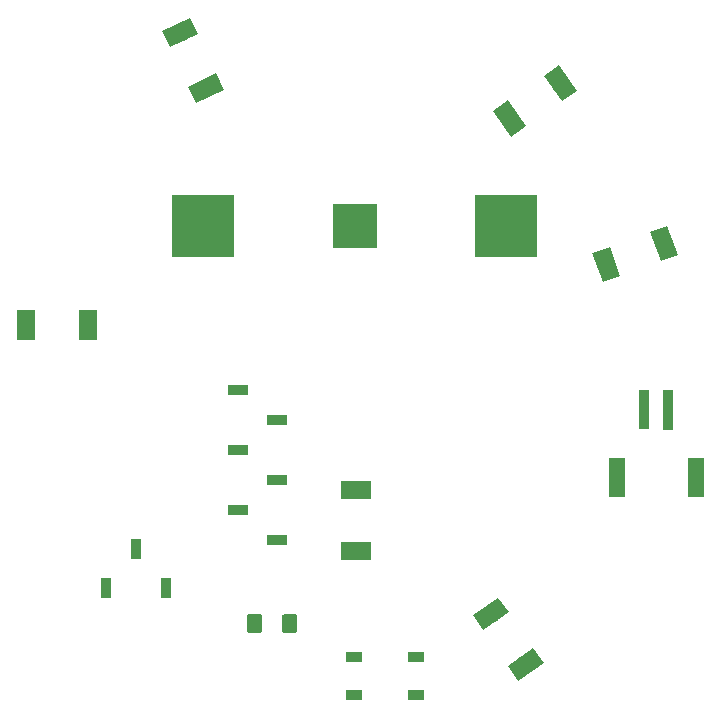
<source format=gbr>
G04 #@! TF.GenerationSoftware,KiCad,Pcbnew,5.1.4-e60b266~84~ubuntu18.04.1*
G04 #@! TF.CreationDate,2019-10-20T18:55:26-06:00*
G04 #@! TF.ProjectId,001,3030312e-6b69-4636-9164-5f7063625858,rev?*
G04 #@! TF.SameCoordinates,Original*
G04 #@! TF.FileFunction,Paste,Bot*
G04 #@! TF.FilePolarity,Positive*
%FSLAX46Y46*%
G04 Gerber Fmt 4.6, Leading zero omitted, Abs format (unit mm)*
G04 Created by KiCad (PCBNEW 5.1.4-e60b266~84~ubuntu18.04.1) date 2019-10-20 18:55:26*
%MOMM*%
%LPD*%
G04 APERTURE LIST*
%ADD10C,0.100000*%
%ADD11C,1.272600*%
%ADD12R,3.847600X3.847600*%
%ADD13R,5.347600X5.347600*%
%ADD14R,2.647600X1.547600*%
%ADD15C,1.547600*%
%ADD16R,1.547600X2.647600*%
%ADD17C,1.347600*%
%ADD18R,0.847600X3.347600*%
%ADD19C,0.847600*%
%ADD20R,0.847600X1.747600*%
%ADD21R,1.747600X0.847600*%
%ADD22R,1.397600X0.847600*%
G04 APERTURE END LIST*
D10*
G36*
X147337421Y-126837275D02*
G01*
X147359093Y-126840490D01*
X147380347Y-126845814D01*
X147400976Y-126853195D01*
X147420782Y-126862563D01*
X147439575Y-126873827D01*
X147457174Y-126886878D01*
X147473408Y-126901592D01*
X147488122Y-126917826D01*
X147501173Y-126935425D01*
X147512437Y-126954218D01*
X147521805Y-126974024D01*
X147529186Y-126994653D01*
X147534510Y-127015907D01*
X147537725Y-127037579D01*
X147538800Y-127059463D01*
X147538800Y-128210537D01*
X147537725Y-128232421D01*
X147534510Y-128254093D01*
X147529186Y-128275347D01*
X147521805Y-128295976D01*
X147512437Y-128315782D01*
X147501173Y-128334575D01*
X147488122Y-128352174D01*
X147473408Y-128368408D01*
X147457174Y-128383122D01*
X147439575Y-128396173D01*
X147420782Y-128407437D01*
X147400976Y-128416805D01*
X147380347Y-128424186D01*
X147359093Y-128429510D01*
X147337421Y-128432725D01*
X147315537Y-128433800D01*
X146489463Y-128433800D01*
X146467579Y-128432725D01*
X146445907Y-128429510D01*
X146424653Y-128424186D01*
X146404024Y-128416805D01*
X146384218Y-128407437D01*
X146365425Y-128396173D01*
X146347826Y-128383122D01*
X146331592Y-128368408D01*
X146316878Y-128352174D01*
X146303827Y-128334575D01*
X146292563Y-128315782D01*
X146283195Y-128295976D01*
X146275814Y-128275347D01*
X146270490Y-128254093D01*
X146267275Y-128232421D01*
X146266200Y-128210537D01*
X146266200Y-127059463D01*
X146267275Y-127037579D01*
X146270490Y-127015907D01*
X146275814Y-126994653D01*
X146283195Y-126974024D01*
X146292563Y-126954218D01*
X146303827Y-126935425D01*
X146316878Y-126917826D01*
X146331592Y-126901592D01*
X146347826Y-126886878D01*
X146365425Y-126873827D01*
X146384218Y-126862563D01*
X146404024Y-126853195D01*
X146424653Y-126845814D01*
X146445907Y-126840490D01*
X146467579Y-126837275D01*
X146489463Y-126836200D01*
X147315537Y-126836200D01*
X147337421Y-126837275D01*
X147337421Y-126837275D01*
G37*
D11*
X146902500Y-127635000D03*
D10*
G36*
X144362421Y-126837275D02*
G01*
X144384093Y-126840490D01*
X144405347Y-126845814D01*
X144425976Y-126853195D01*
X144445782Y-126862563D01*
X144464575Y-126873827D01*
X144482174Y-126886878D01*
X144498408Y-126901592D01*
X144513122Y-126917826D01*
X144526173Y-126935425D01*
X144537437Y-126954218D01*
X144546805Y-126974024D01*
X144554186Y-126994653D01*
X144559510Y-127015907D01*
X144562725Y-127037579D01*
X144563800Y-127059463D01*
X144563800Y-128210537D01*
X144562725Y-128232421D01*
X144559510Y-128254093D01*
X144554186Y-128275347D01*
X144546805Y-128295976D01*
X144537437Y-128315782D01*
X144526173Y-128334575D01*
X144513122Y-128352174D01*
X144498408Y-128368408D01*
X144482174Y-128383122D01*
X144464575Y-128396173D01*
X144445782Y-128407437D01*
X144425976Y-128416805D01*
X144405347Y-128424186D01*
X144384093Y-128429510D01*
X144362421Y-128432725D01*
X144340537Y-128433800D01*
X143514463Y-128433800D01*
X143492579Y-128432725D01*
X143470907Y-128429510D01*
X143449653Y-128424186D01*
X143429024Y-128416805D01*
X143409218Y-128407437D01*
X143390425Y-128396173D01*
X143372826Y-128383122D01*
X143356592Y-128368408D01*
X143341878Y-128352174D01*
X143328827Y-128334575D01*
X143317563Y-128315782D01*
X143308195Y-128295976D01*
X143300814Y-128275347D01*
X143295490Y-128254093D01*
X143292275Y-128232421D01*
X143291200Y-128210537D01*
X143291200Y-127059463D01*
X143292275Y-127037579D01*
X143295490Y-127015907D01*
X143300814Y-126994653D01*
X143308195Y-126974024D01*
X143317563Y-126954218D01*
X143328827Y-126935425D01*
X143341878Y-126917826D01*
X143356592Y-126901592D01*
X143372826Y-126886878D01*
X143390425Y-126873827D01*
X143409218Y-126862563D01*
X143429024Y-126853195D01*
X143449653Y-126845814D01*
X143470907Y-126840490D01*
X143492579Y-126837275D01*
X143514463Y-126836200D01*
X144340537Y-126836200D01*
X144362421Y-126837275D01*
X144362421Y-126837275D01*
G37*
D11*
X143927500Y-127635000D03*
D12*
X152400000Y-93980000D03*
D13*
X139600000Y-93980000D03*
X165200000Y-93980000D03*
D14*
X152527000Y-116322800D03*
X152527000Y-121522800D03*
D15*
X163913501Y-126826005D03*
D10*
G36*
X162385274Y-126951446D02*
G01*
X164554061Y-125432845D01*
X165441728Y-126700564D01*
X163272941Y-128219165D01*
X162385274Y-126951446D01*
X162385274Y-126951446D01*
G37*
D15*
X166896099Y-131085595D03*
D10*
G36*
X165367872Y-131211036D02*
G01*
X167536659Y-129692435D01*
X168424326Y-130960154D01*
X166255539Y-132478755D01*
X165367872Y-131211036D01*
X165367872Y-131211036D01*
G37*
D15*
X173705799Y-97231452D03*
D10*
G36*
X173980167Y-95722832D02*
G01*
X174885699Y-98210762D01*
X173431431Y-98740072D01*
X172525899Y-96252142D01*
X173980167Y-95722832D01*
X173980167Y-95722832D01*
G37*
D15*
X178592201Y-95452948D03*
D10*
G36*
X178866569Y-93944328D02*
G01*
X179772101Y-96432258D01*
X178317833Y-96961568D01*
X177412301Y-94473638D01*
X178866569Y-93944328D01*
X178866569Y-93944328D01*
G37*
D15*
X165535605Y-84879499D03*
D10*
G36*
X165661046Y-86407726D02*
G01*
X164142445Y-84238939D01*
X165410164Y-83351272D01*
X166928765Y-85520059D01*
X165661046Y-86407726D01*
X165661046Y-86407726D01*
G37*
D15*
X169795195Y-81896901D03*
D10*
G36*
X169920636Y-83425128D02*
G01*
X168402035Y-81256341D01*
X169669754Y-80368674D01*
X171188355Y-82537461D01*
X169920636Y-83425128D01*
X169920636Y-83425128D01*
G37*
D15*
X139808207Y-82315600D03*
D10*
G36*
X138281415Y-82173761D02*
G01*
X140680955Y-81054837D01*
X141334999Y-82457439D01*
X138935459Y-83576363D01*
X138281415Y-82173761D01*
X138281415Y-82173761D01*
G37*
D15*
X137610593Y-77602800D03*
D10*
G36*
X136083801Y-77460961D02*
G01*
X138483341Y-76342037D01*
X139137385Y-77744639D01*
X136737845Y-78863563D01*
X136083801Y-77460961D01*
X136083801Y-77460961D01*
G37*
D16*
X129803200Y-102336600D03*
X124603200Y-102336600D03*
D10*
G36*
X181932567Y-113647497D02*
G01*
X181934530Y-113647788D01*
X181936454Y-113648270D01*
X181938322Y-113648939D01*
X181940115Y-113649787D01*
X181941816Y-113650807D01*
X181943410Y-113651988D01*
X181944879Y-113653321D01*
X181946212Y-113654790D01*
X181947393Y-113656384D01*
X181948413Y-113658085D01*
X181949261Y-113659878D01*
X181949930Y-113661746D01*
X181950412Y-113663670D01*
X181950703Y-113665633D01*
X181950800Y-113667614D01*
X181950800Y-116874786D01*
X181950703Y-116876767D01*
X181950412Y-116878730D01*
X181949930Y-116880654D01*
X181949261Y-116882522D01*
X181948413Y-116884315D01*
X181947393Y-116886016D01*
X181946212Y-116887610D01*
X181944879Y-116889079D01*
X181943410Y-116890412D01*
X181941816Y-116891593D01*
X181940115Y-116892613D01*
X181938322Y-116893461D01*
X181936454Y-116894130D01*
X181934530Y-116894612D01*
X181932567Y-116894903D01*
X181930586Y-116895000D01*
X180623414Y-116895000D01*
X180621433Y-116894903D01*
X180619470Y-116894612D01*
X180617546Y-116894130D01*
X180615678Y-116893461D01*
X180613885Y-116892613D01*
X180612184Y-116891593D01*
X180610590Y-116890412D01*
X180609121Y-116889079D01*
X180607788Y-116887610D01*
X180606607Y-116886016D01*
X180605587Y-116884315D01*
X180604739Y-116882522D01*
X180604070Y-116880654D01*
X180603588Y-116878730D01*
X180603297Y-116876767D01*
X180603200Y-116874786D01*
X180603200Y-113667614D01*
X180603297Y-113665633D01*
X180603588Y-113663670D01*
X180604070Y-113661746D01*
X180604739Y-113659878D01*
X180605587Y-113658085D01*
X180606607Y-113656384D01*
X180607788Y-113654790D01*
X180609121Y-113653321D01*
X180610590Y-113651988D01*
X180612184Y-113650807D01*
X180613885Y-113649787D01*
X180615678Y-113648939D01*
X180617546Y-113648270D01*
X180619470Y-113647788D01*
X180621433Y-113647497D01*
X180623414Y-113647400D01*
X181930586Y-113647400D01*
X181932567Y-113647497D01*
X181932567Y-113647497D01*
G37*
D17*
X181277000Y-115271200D03*
D10*
G36*
X175232567Y-113647497D02*
G01*
X175234530Y-113647788D01*
X175236454Y-113648270D01*
X175238322Y-113648939D01*
X175240115Y-113649787D01*
X175241816Y-113650807D01*
X175243410Y-113651988D01*
X175244879Y-113653321D01*
X175246212Y-113654790D01*
X175247393Y-113656384D01*
X175248413Y-113658085D01*
X175249261Y-113659878D01*
X175249930Y-113661746D01*
X175250412Y-113663670D01*
X175250703Y-113665633D01*
X175250800Y-113667614D01*
X175250800Y-116874786D01*
X175250703Y-116876767D01*
X175250412Y-116878730D01*
X175249930Y-116880654D01*
X175249261Y-116882522D01*
X175248413Y-116884315D01*
X175247393Y-116886016D01*
X175246212Y-116887610D01*
X175244879Y-116889079D01*
X175243410Y-116890412D01*
X175241816Y-116891593D01*
X175240115Y-116892613D01*
X175238322Y-116893461D01*
X175236454Y-116894130D01*
X175234530Y-116894612D01*
X175232567Y-116894903D01*
X175230586Y-116895000D01*
X173923414Y-116895000D01*
X173921433Y-116894903D01*
X173919470Y-116894612D01*
X173917546Y-116894130D01*
X173915678Y-116893461D01*
X173913885Y-116892613D01*
X173912184Y-116891593D01*
X173910590Y-116890412D01*
X173909121Y-116889079D01*
X173907788Y-116887610D01*
X173906607Y-116886016D01*
X173905587Y-116884315D01*
X173904739Y-116882522D01*
X173904070Y-116880654D01*
X173903588Y-116878730D01*
X173903297Y-116876767D01*
X173903200Y-116874786D01*
X173903200Y-113667614D01*
X173903297Y-113665633D01*
X173903588Y-113663670D01*
X173904070Y-113661746D01*
X173904739Y-113659878D01*
X173905587Y-113658085D01*
X173906607Y-113656384D01*
X173907788Y-113654790D01*
X173909121Y-113653321D01*
X173910590Y-113651988D01*
X173912184Y-113650807D01*
X173913885Y-113649787D01*
X173915678Y-113648939D01*
X173917546Y-113648270D01*
X173919470Y-113647788D01*
X173921433Y-113647497D01*
X173923414Y-113647400D01*
X175230586Y-113647400D01*
X175232567Y-113647497D01*
X175232567Y-113647497D01*
G37*
D17*
X174577000Y-115271200D03*
D18*
X178927000Y-109521200D03*
D10*
G36*
X177339332Y-107847461D02*
G01*
X177340566Y-107847644D01*
X177341777Y-107847947D01*
X177342951Y-107848368D01*
X177344079Y-107848901D01*
X177345150Y-107849543D01*
X177346152Y-107850286D01*
X177347076Y-107851124D01*
X177347914Y-107852048D01*
X177348657Y-107853050D01*
X177349299Y-107854121D01*
X177349832Y-107855249D01*
X177350253Y-107856423D01*
X177350556Y-107857634D01*
X177350739Y-107858868D01*
X177350800Y-107860114D01*
X177350800Y-111182286D01*
X177350739Y-111183532D01*
X177350556Y-111184766D01*
X177350253Y-111185977D01*
X177349832Y-111187151D01*
X177349299Y-111188279D01*
X177348657Y-111189350D01*
X177347914Y-111190352D01*
X177347076Y-111191276D01*
X177346152Y-111192114D01*
X177345150Y-111192857D01*
X177344079Y-111193499D01*
X177342951Y-111194032D01*
X177341777Y-111194453D01*
X177340566Y-111194756D01*
X177339332Y-111194939D01*
X177338086Y-111195000D01*
X176515914Y-111195000D01*
X176514668Y-111194939D01*
X176513434Y-111194756D01*
X176512223Y-111194453D01*
X176511049Y-111194032D01*
X176509921Y-111193499D01*
X176508850Y-111192857D01*
X176507848Y-111192114D01*
X176506924Y-111191276D01*
X176506086Y-111190352D01*
X176505343Y-111189350D01*
X176504701Y-111188279D01*
X176504168Y-111187151D01*
X176503747Y-111185977D01*
X176503444Y-111184766D01*
X176503261Y-111183532D01*
X176503200Y-111182286D01*
X176503200Y-107860114D01*
X176503261Y-107858868D01*
X176503444Y-107857634D01*
X176503747Y-107856423D01*
X176504168Y-107855249D01*
X176504701Y-107854121D01*
X176505343Y-107853050D01*
X176506086Y-107852048D01*
X176506924Y-107851124D01*
X176507848Y-107850286D01*
X176508850Y-107849543D01*
X176509921Y-107848901D01*
X176511049Y-107848368D01*
X176512223Y-107847947D01*
X176513434Y-107847644D01*
X176514668Y-107847461D01*
X176515914Y-107847400D01*
X177338086Y-107847400D01*
X177339332Y-107847461D01*
X177339332Y-107847461D01*
G37*
D19*
X176927000Y-109521200D03*
D20*
X131318000Y-124662200D03*
X133858000Y-121362200D03*
X136398000Y-124662200D03*
D21*
X145795000Y-120523000D03*
X142495000Y-117983000D03*
X145795000Y-115443000D03*
X142495000Y-112903000D03*
X145795000Y-110363000D03*
X142495000Y-107823000D03*
D22*
X157565000Y-130480000D03*
X152315000Y-130480000D03*
X157565000Y-133680000D03*
X152315000Y-133680000D03*
M02*

</source>
